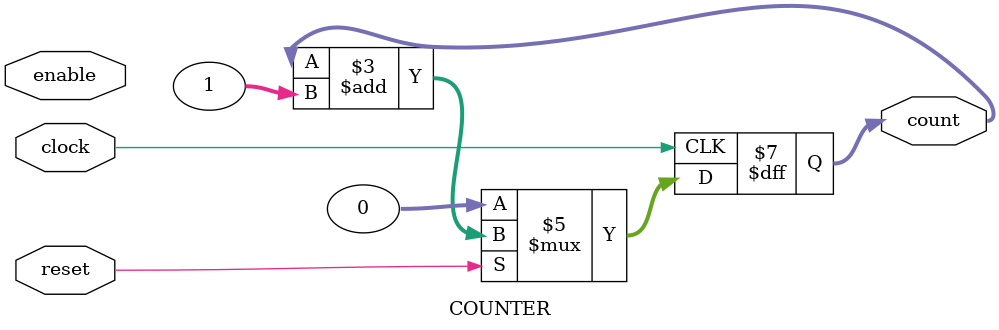
<source format=v>
module COUNTER(

    output reg [31:0] count,
    input reset,
    input clock,
    input enable
  
    );
    
  always@(posedge clock) begin
    if(reset == 0)
        count <= 0;
    else
        count <= count + 1;  
end
    
    
    
endmodule

</source>
